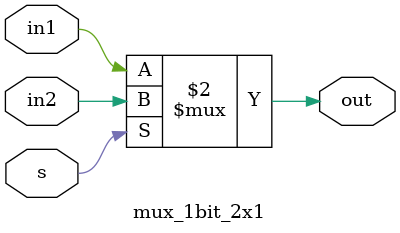
<source format=v>
module mux_1bit_2x1(input in1, in2, s, output out);

/*wire negative, w1, w2;
not n1(negative, s);

and and1(w1, in2, s);
and and2(w2, negative, in1);
or or1(out, w1, w2);

endmodule

module mux2x1(in1, in2, select, out);*/

    assign out = (s == 0) ? in1 : in2;
endmodule

</source>
